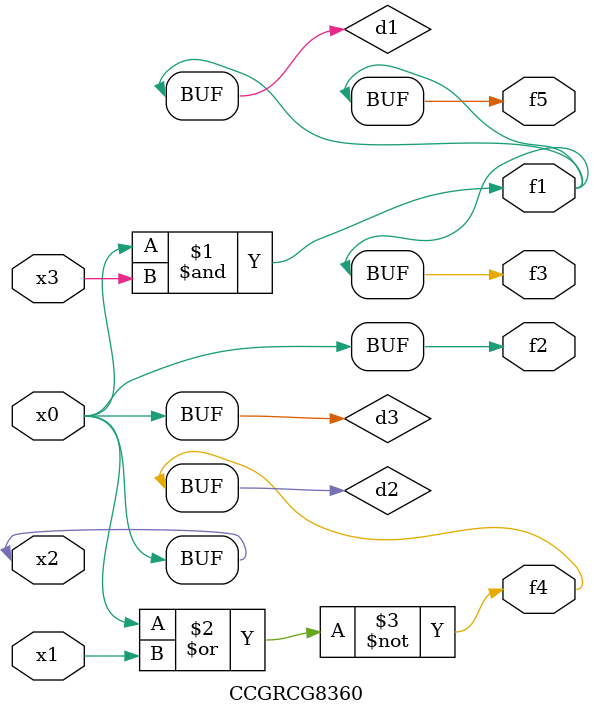
<source format=v>
module CCGRCG8360(
	input x0, x1, x2, x3,
	output f1, f2, f3, f4, f5
);

	wire d1, d2, d3;

	and (d1, x2, x3);
	nor (d2, x0, x1);
	buf (d3, x0, x2);
	assign f1 = d1;
	assign f2 = d3;
	assign f3 = d1;
	assign f4 = d2;
	assign f5 = d1;
endmodule

</source>
